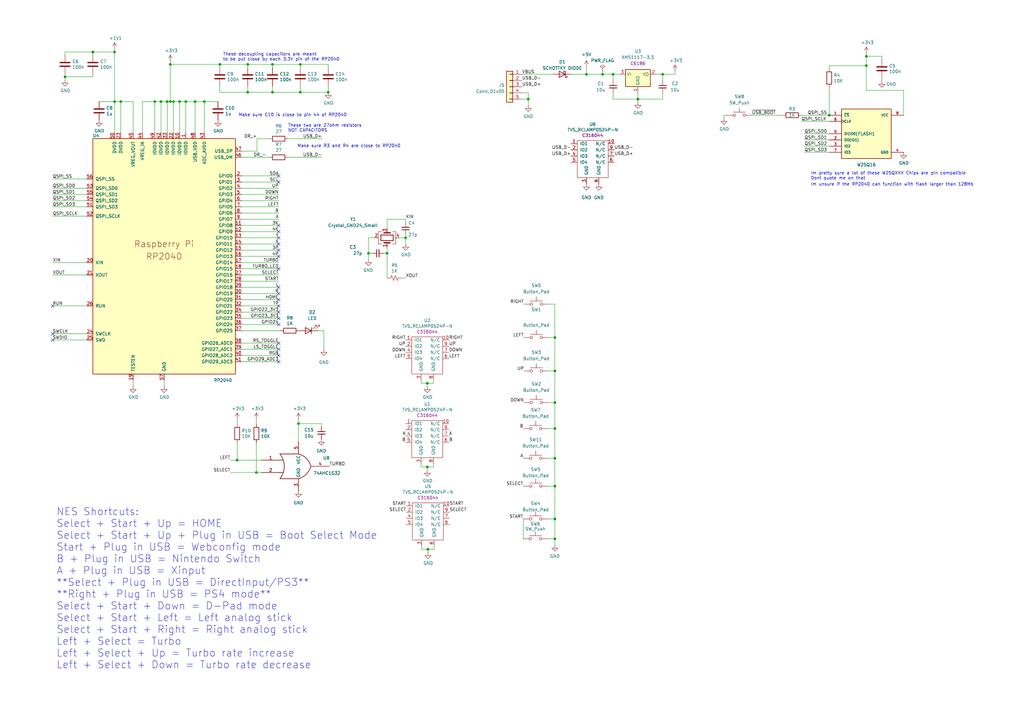
<source format=kicad_sch>
(kicad_sch (version 20230121) (generator eeschema)
  (paper "A3")
  (title_block (title "Nintendo OEM SNES controller replacement PCB") (date "2022-10-21") (rev "3") (comment 1 "http://creativecommons.org/licenses/by-sa/4.0") (comment 2 "Attribution-ShareAlike v4.0 license.") (comment 3 "This document describes Open Hardware and is licensed under the Creative Commons") (comment 4 "(c) 2022 Bob Taylor"))
  (lib_symbols
    (symbol "74xGxx:74AHC1G32"
      (property "Reference" "U" (at -2.54 3.81 0))
      (property "Value" "74AHC1G32" (at 0 -3.81 0))
      (symbol "74AHC1G32_1_1"
        (pin input line (at -15.24 2.54 0) (length 7.62) (name "~") (number "1"))
        (pin input line (at -15.24 -2.54 0) (length 7.62) (name "~") (number "2"))
        (pin power_in line (at 0 -10.16 90) (length 5.08) (name "GND") (number "3"))
        (pin output line (at 12.7 0 180) (length 7.62) (name "~") (number "4"))
        (pin power_in line (at 0 10.16 270) (length 5.08) (name "VCC") (number "5"))
      )
    )
    (symbol "Connector_Generic:Conn_01x05" (pin_names (offset 1.016) hide)
      (property "Reference" "J" (at 0 7.62 0))
      (property "Value" "Conn_01x05" (at 0 -7.62 0))
      (symbol "Conn_01x05_1_1"
        (pin passive line (at -5.08 5.08 0) (length 3.81) (name "Pin_1") (number "1"))
        (pin passive line (at -5.08 2.54 0) (length 3.81) (name "Pin_2") (number "2"))
        (pin passive line (at -5.08 0 0) (length 3.81) (name "Pin_3") (number "3"))
        (pin passive line (at -5.08 -2.54 0) (length 3.81) (name "Pin_4") (number "4"))
        (pin passive line (at -5.08 -5.08 0) (length 3.81) (name "Pin_5") (number "5"))
      )
    )
    (symbol "Device:C" (pin_numbers hide) (pin_names (offset 0.254))
      (property "Reference" "C" (at 0.635 2.54 0))
      (property "Value" "C" (at 0.635 -2.54 0))
      (symbol "C_1_1"
        (pin passive line (at 0 3.81 270) (length 2.794) (name "~") (number "1"))
        (pin passive line (at 0 -3.81 90) (length 2.794) (name "~") (number "2"))
      )
    )
    (symbol "Device:C_Small" (pin_numbers hide) (pin_names (offset 0.254) hide)
      (property "Reference" "C" (at 0.254 1.778 0))
      (property "Value" "C_Small" (at 0.254 -2.032 0))
      (symbol "C_Small_1_1"
        (pin passive line (at 0 2.54 270) (length 2.032) (name "~") (number "1"))
        (pin passive line (at 0 -2.54 90) (length 2.032) (name "~") (number "2"))
      )
    )
    (symbol "Device:Crystal_GND24" (pin_names (offset 1.016) hide)
      (property "Reference" "Y" (at 3.175 5.08 0))
      (property "Value" "Crystal_GND24" (at 3.175 3.175 0))
      (symbol "Crystal_GND24_1_1"
        (pin passive line (at -3.81 0 0) (length 1.27) (name "1") (number "1"))
        (pin passive line (at 0 5.08 270) (length 1.27) (name "2") (number "2"))
        (pin passive line (at 3.81 0 180) (length 1.27) (name "3") (number "3"))
        (pin passive line (at 0 -5.08 90) (length 1.27) (name "4") (number "4"))
      )
    )
    (symbol "Device:D_Schottky" (pin_numbers hide) (pin_names (offset 1.016) hide)
      (property "Reference" "D" (at 0 2.54 0))
      (property "Value" "D_Schottky" (at 0 -2.54 0))
      (symbol "D_Schottky_1_1"
        (pin passive line (at -3.81 0 0) (length 2.54) (name "K") (number "1"))
        (pin passive line (at 3.81 0 180) (length 2.54) (name "A") (number "2"))
      )
    )
    (symbol "Device:LED" (pin_numbers hide) (pin_names (offset 1.016) hide)
      (property "Reference" "D" (at 0 2.54 0))
      (property "Value" "LED" (at 0 -2.54 0))
      (symbol "LED_1_1"
        (pin passive line (at -3.81 0 0) (length 2.54) (name "K") (number "1"))
        (pin passive line (at 3.81 0 180) (length 2.54) (name "A") (number "2"))
      )
    )
    (symbol "Device:R" (pin_numbers hide) (pin_names (offset 0))
      (property "Reference" "R" (at 2.032 0 90))
      (property "Value" "R" (at 0 0 90))
      (symbol "R_1_1"
        (pin passive line (at 0 3.81 270) (length 1.27) (name "~") (number "1"))
        (pin passive line (at 0 -3.81 90) (length 1.27) (name "~") (number "2"))
      )
    )
    (symbol "Device:R_Small_US" (pin_numbers hide) (pin_names (offset 0.254) hide)
      (property "Reference" "R" (at 0.762 0.508 0))
      (property "Value" "R_Small_US" (at 0.762 -1.016 0))
      (symbol "R_Small_US_1_1"
        (pin passive line (at 0 2.54 270) (length 1.016) (name "~") (number "1"))
        (pin passive line (at 0 -2.54 90) (length 1.016) (name "~") (number "2"))
      )
    )
    (symbol "Regulator_Linear:AMS1117-3.3"
      (property "Reference" "U" (at -3.81 3.175 0))
      (property "Value" "AMS1117-3.3" (at 0 3.175 0))
      (symbol "AMS1117-3.3_1_1"
        (pin power_in line (at 0 -7.62 90) (length 2.54) (name "GND") (number "1"))
        (pin power_out line (at 7.62 0 180) (length 2.54) (name "VO") (number "2"))
        (pin power_in line (at -7.62 0 0) (length 2.54) (name "VI") (number "3"))
      )
    )
    (symbol "Switch:SW_Push" (pin_numbers hide) (pin_names (offset 1.016) hide)
      (property "Reference" "SW" (at 1.27 2.54 0))
      (property "Value" "SW_Push" (at 0 -1.524 0))
      (symbol "SW_Push_0_1"
        (pin passive line (at -5.08 0 0) (length 2.54) (name "1") (number "1"))
        (pin passive line (at 5.08 0 180) (length 2.54) (name "2") (number "2"))
      )
    )
    (symbol "Video_Games:RP2040" (pin_names (offset 1.016))
      (property "Reference" "U4" (at -27.94 49.53 0))
      (property "Value" "RP2040" (at 24.13 -50.8 0))
      (symbol "RP2040_0_0"
        (text "Raspberry Pi" (at 0 5.08 0) (effects (font (size 2.54 2.54))))
        (text "RP2040" (at 0 0 0) (effects (font (size 2.54 2.54))))
      )
      (symbol "RP2040_1_1"
        (pin power_in line (at 8.89 50.8 270) (length 2.54) (name "IOVDD") (number "1"))
        (pin power_in line (at 6.35 50.8 270) (length 2.54) (name "IOVDD") (number "10"))
        (pin bidirectional line (at 31.75 12.7 180) (length 2.54) (name "GPIO8") (number "11"))
        (pin bidirectional line (at 31.75 10.16 180) (length 2.54) (name "GPIO9") (number "12"))
        (pin bidirectional line (at 31.75 7.62 180) (length 2.54) (name "GPIO10") (number "13"))
        (pin bidirectional line (at 31.75 5.08 180) (length 2.54) (name "GPIO11") (number "14"))
        (pin bidirectional line (at 31.75 2.54 180) (length 2.54) (name "GPIO12") (number "15"))
        (pin bidirectional line (at 31.75 0 180) (length 2.54) (name "GPIO13") (number "16"))
        (pin bidirectional line (at 31.75 -2.54 180) (length 2.54) (name "GPIO14") (number "17"))
        (pin bidirectional line (at 31.75 -5.08 180) (length 2.54) (name "GPIO15") (number "18"))
        (pin passive line (at -12.7 -50.8 90) (length 2.54) (name "TESTEN") (number "19"))
        (pin bidirectional line (at 31.75 33.02 180) (length 2.54) (name "GPIO0") (number "2"))
        (pin input line (at -31.75 -2.54 0) (length 2.54) (name "XIN") (number "20"))
        (pin passive line (at -31.75 -7.62 0) (length 2.54) (name "XOUT") (number "21"))
        (pin power_in line (at 3.81 50.8 270) (length 2.54) (name "IOVDD") (number "22"))
        (pin power_in line (at -17.78 50.8 270) (length 2.54) (name "DVDD") (number "23"))
        (pin output line (at -31.75 -31.75 0) (length 2.54) (name "SWCLK") (number "24"))
        (pin bidirectional line (at -31.75 -34.29 0) (length 2.54) (name "SWD") (number "25"))
        (pin input line (at -31.75 -20.32 0) (length 2.54) (name "RUN") (number "26"))
        (pin bidirectional line (at 31.75 -7.62 180) (length 2.54) (name "GPIO16") (number "27"))
        (pin bidirectional line (at 31.75 -10.16 180) (length 2.54) (name "GPIO17") (number "28"))
        (pin bidirectional line (at 31.75 -12.7 180) (length 2.54) (name "GPIO18") (number "29"))
        (pin bidirectional line (at 31.75 30.48 180) (length 2.54) (name "GPIO1") (number "3"))
        (pin bidirectional line (at 31.75 -15.24 180) (length 2.54) (name "GPIO19") (number "30"))
        (pin bidirectional line (at 31.75 -17.78 180) (length 2.54) (name "GPIO20") (number "31"))
        (pin bidirectional line (at 31.75 -20.32 180) (length 2.54) (name "GPIO21") (number "32"))
        (pin power_in line (at 1.27 50.8 270) (length 2.54) (name "IOVDD") (number "33"))
        (pin bidirectional line (at 31.75 -22.86 180) (length 2.54) (name "GPIO22") (number "34"))
        (pin bidirectional line (at 31.75 -25.4 180) (length 2.54) (name "GPIO23") (number "35"))
        (pin bidirectional line (at 31.75 -27.94 180) (length 2.54) (name "GPIO24") (number "36"))
        (pin bidirectional line (at 31.75 -30.48 180) (length 2.54) (name "GPIO25") (number "37"))
        (pin bidirectional line (at 31.75 -35.56 180) (length 2.54) (name "GPIO26_ADC0") (number "38"))
        (pin bidirectional line (at 31.75 -38.1 180) (length 2.54) (name "GPIO27_ADC1") (number "39"))
        (pin bidirectional line (at 31.75 27.94 180) (length 2.54) (name "GPIO2") (number "4"))
        (pin bidirectional line (at 31.75 -40.64 180) (length 2.54) (name "GPIO28_ADC2") (number "40"))
        (pin bidirectional line (at 31.75 -43.18 180) (length 2.54) (name "GPIO29_ADC3") (number "41"))
        (pin power_in line (at -1.27 50.8 270) (length 2.54) (name "IOVDD") (number "42"))
        (pin power_in line (at 16.51 50.8 270) (length 2.54) (name "ADC_AVDD") (number "43"))
        (pin power_in line (at -8.89 50.8 270) (length 2.54) (name "VREG_IN") (number "44"))
        (pin power_out line (at -12.7 50.8 270) (length 2.54) (name "VREG_VOUT") (number "45"))
        (pin bidirectional line (at 31.75 40.64 180) (length 2.54) (name "USB_DM") (number "46"))
        (pin bidirectional line (at 31.75 43.18 180) (length 2.54) (name "USB_DP") (number "47"))
        (pin power_in line (at 12.7 50.8 270) (length 2.54) (name "USB_VDD") (number "48"))
        (pin power_in line (at -3.81 50.8 270) (length 2.54) (name "IOVDD") (number "49"))
        (pin bidirectional line (at 31.75 25.4 180) (length 2.54) (name "GPIO3") (number "5"))
        (pin power_in line (at -20.32 50.8 270) (length 2.54) (name "DVDD") (number "50"))
        (pin bidirectional line (at -31.75 20.32 0) (length 2.54) (name "QSPI_SD3") (number "51"))
        (pin output line (at -31.75 16.51 0) (length 2.54) (name "QSPI_SCLK") (number "52"))
        (pin bidirectional line (at -31.75 27.94 0) (length 2.54) (name "QSPI_SD0") (number "53"))
        (pin bidirectional line (at -31.75 22.86 0) (length 2.54) (name "QSPI_SD2") (number "54"))
        (pin bidirectional line (at -31.75 25.4 0) (length 2.54) (name "QSPI_SD1") (number "55"))
        (pin bidirectional line (at -31.75 31.75 0) (length 2.54) (name "QSPI_SS") (number "56"))
        (pin power_in line (at 0 -50.8 90) (length 2.54) (name "GND") (number "57"))
        (pin bidirectional line (at 31.75 22.86 180) (length 2.54) (name "GPIO4") (number "6"))
        (pin bidirectional line (at 31.75 20.32 180) (length 2.54) (name "GPIO5") (number "7"))
        (pin bidirectional line (at 31.75 17.78 180) (length 2.54) (name "GPIO6") (number "8"))
        (pin bidirectional line (at 31.75 15.24 180) (length 2.54) (name "GPIO7") (number "9"))
      )
    )
    (symbol "Video_Games:TVS_RCLAMP0524P-N-Video_Games" (pin_names (offset 1.016))
      (property "Reference" "U3" (at 0 11.811 0))
      (property "Value" "TVS_RCLAMP0524P-N-Video_Games" (at 0 9.4996 0))
      (property "LCSC Part" "C316044" (at 0 7.1882 0))
      (symbol "TVS_RCLAMP0524P-N-Video_Games_1_1"
        (pin input line (at -8.89 3.81 0) (length 2.54) (name "IO1") (number "1"))
        (pin output line (at 8.89 3.81 180) (length 2.54) (name "N/C") (number "10"))
        (pin input line (at -8.89 1.27 0) (length 2.54) (name "IO2") (number "2"))
        (pin input line (at -2.54 -12.7 90) (length 2.54) (name "GND") (number "3"))
        (pin input line (at -8.89 -1.27 0) (length 2.54) (name "IO3") (number "4"))
        (pin input line (at -8.89 -3.81 0) (length 2.54) (name "IO4") (number "5"))
        (pin output line (at 8.89 -3.81 180) (length 2.54) (name "N/C") (number "6"))
        (pin output line (at 8.89 -1.27 180) (length 2.54) (name "N/C") (number "7"))
        (pin input line (at 2.54 -12.7 90) (length 2.54) (name "GND") (number "8"))
        (pin output line (at 8.89 1.27 180) (length 2.54) (name "N/C") (number "9"))
      )
    )
    (symbol "Video_Games:W25Q256JVEIQ_TR" (pin_names (offset 1.016))
      (property "Reference" "FLASH1" (at 0 0 0))
      (property "Value" "W25Q256JVEIQ_TR" (at 0 -12.7 0))
      (symbol "W25Q256JVEIQ_TR_0_0"
        (pin input line (at -15.24 7.62 0) (length 5.08) (name "~{CS}") (number "1"))
        (pin bidirectional line (at -15.24 -2.54 0) (length 5.08) (name "DO(IO1)") (number "2"))
        (pin bidirectional line (at -15.24 -5.08 0) (length 5.08) (name "IO2") (number "3"))
        (pin power_in line (at 15.24 -7.62 180) (length 5.08) (name "GND") (number "4"))
        (pin bidirectional line (at -15.24 0 0) (length 5.08) (name "DI(IO0)") (number "5"))
        (pin input clock (at -15.24 5.08 0) (length 5.08) (name "CLK") (number "6"))
        (pin bidirectional line (at -15.24 -7.62 0) (length 5.08) (name "IO3") (number "7"))
        (pin power_in line (at 15.24 7.62 180) (length 5.08) (name "VCC") (number "8"))
      )
    )
    (symbol "power:+1V1" (power) (pin_names (offset 0))
      (property "Value" "+1V1" (at 0 3.556 0))
      (symbol "+1V1_1_1"
        (pin power_in line (at 0 0 90) (length 0) hide (name "+1V1") (number "1"))
      )
    )
    (symbol "power:+3V3" (power) (pin_names (offset 0))
      (property "Value" "+3V3" (at 0 3.556 0))
      (symbol "+3V3_1_1"
        (pin power_in line (at 0 0 90) (length 0) hide (name "+3V3") (number "1"))
      )
    )
    (symbol "power:+5V" (power) (pin_names (offset 0))
      (property "Value" "+5V" (at 0 3.556 0))
      (symbol "+5V_1_1"
        (pin power_in line (at 0 0 90) (length 0) hide (name "+5V") (number "1"))
      )
    )
    (symbol "power:GND" (power) (pin_names (offset 0))
      (property "Value" "GND" (at 0 -3.81 0))
      (symbol "GND_1_1"
        (pin power_in line (at 0 0 270) (length 0) hide (name "GND") (number "1"))
      )
    )
    (symbol "power:PWR_FLAG" (power) (pin_numbers hide) (pin_names (offset 0) hide)
      (property "Value" "PWR_FLAG" (at 0 3.81 0))
      (symbol "PWR_FLAG_0_0"
        (pin power_out line (at 0 0 90) (length 0) (name "pwr") (number "1"))
      )
    )
  )
  (junction (at 216.662 40.64))
  (junction (at 151.13 103.886))
  (junction (at 175.26 157.226))
  (junction (at 63.5 41.656))
  (junction (at 49.53 41.656))
  (junction (at 123.19 37.846))
  (junction (at 69.85 41.656))
  (junction (at 271.78 30.48))
  (junction (at 66.04 41.656))
  (junction (at 261.62 40.64))
  (junction (at 83.82 41.656))
  (junction (at 69.85 26.416))
  (junction (at 227.584 212.852))
  (junction (at 73.66 41.656))
  (junction (at 355.346 23.114))
  (junction (at 76.2 41.656))
  (junction (at 227.584 199.39))
  (junction (at 134.62 37.846))
  (junction (at 227.584 138.43))
  (junction (at 251.46 30.48))
  (junction (at 90.17 26.416))
  (junction (at 247.142 30.48))
  (junction (at 123.19 26.416))
  (junction (at 227.584 220.98))
  (junction (at 46.99 21.336))
  (junction (at 122.428 173.736))
  (junction (at 105.156 193.802))
  (junction (at 46.99 41.656))
  (junction (at 80.01 41.656))
  (junction (at 227.584 175.768))
  (junction (at 227.584 152.146))
  (junction (at 240.538 30.48))
  (junction (at 355.346 26.924))
  (junction (at 68.58 41.656))
  (junction (at 166.37 97.536))
  (junction (at 111.76 26.416))
  (junction (at 111.76 37.846))
  (junction (at 101.6 37.846))
  (junction (at 158.75 103.886))
  (junction (at 26.67 31.496))
  (junction (at 340.106 47.244))
  (junction (at 101.6 26.416))
  (junction (at 227.584 165.1))
  (junction (at 71.12 41.656))
  (junction (at 38.1 21.336))
  (junction (at 175.26 191.516))
  (junction (at 97.282 188.722))
  (junction (at 227.584 187.96))
  (junction (at 175.514 225.298))
  (no_connect (at 114.3 102.616))
  (no_connect (at 114.3 74.676))
  (no_connect (at 114.3 92.456))
  (no_connect (at 114.3 148.336))
  (no_connect (at 21.59 125.476))
  (no_connect (at 114.3 140.716))
  (no_connect (at 21.59 136.906))
  (no_connect (at 114.3 97.536))
  (no_connect (at 114.3 145.796))
  (no_connect (at 21.59 139.446))
  (no_connect (at 114.3 117.856))
  (no_connect (at 114.3 125.476))
  (no_connect (at 114.3 128.016))
  (no_connect (at 114.3 94.996))
  (no_connect (at 114.3 130.556))
  (no_connect (at 114.3 110.236))
  (no_connect (at 114.3 105.156))
  (no_connect (at 114.3 72.136))
  (no_connect (at 114.3 120.396))
  (no_connect (at 114.3 122.936))
  (no_connect (at 114.3 133.096))
  (no_connect (at 114.3 100.076))
  (no_connect (at 114.3 143.256))
  (wire (pts (xy 271.78 30.48) (xy 271.78 33.02)))
  (wire (pts (xy 122.428 171.958) (xy 122.428 173.736)))
  (wire (pts (xy 54.61 41.656) (xy 49.53 41.656)))
  (wire (pts (xy 296.926 47.244) (xy 298.196 47.244)))
  (wire (pts (xy 99.06 143.256) (xy 114.3 143.256)))
  (wire (pts (xy 269.24 30.48) (xy 271.78 30.48)))
  (wire (pts (xy 340.106 28.194) (xy 340.106 26.924)))
  (wire (pts (xy 172.72 191.516) (xy 175.26 191.516)))
  (wire (pts (xy 240.538 27.432) (xy 240.538 30.48)))
  (wire (pts (xy 177.8 157.226) (xy 177.8 155.956)))
  (wire (pts (xy 227.584 165.1) (xy 227.584 175.768)))
  (wire (pts (xy 90.17 26.416) (xy 101.6 26.416)))
  (wire (pts (xy 340.106 35.814) (xy 340.106 47.244)))
  (wire (pts (xy 46.99 20.066) (xy 46.99 21.336)))
  (wire (pts (xy 214.63 220.98) (xy 214.63 212.852)))
  (wire (pts (xy 134.62 27.686) (xy 134.62 26.416)))
  (wire (pts (xy 214.503 220.98) (xy 214.63 220.98)))
  (wire (pts (xy 68.58 54.356) (xy 68.58 41.656)))
  (wire (pts (xy 247.142 30.48) (xy 251.46 30.48)))
  (wire (pts (xy 328.676 47.244) (xy 340.106 47.244)))
  (wire (pts (xy 99.06 135.636) (xy 115.062 135.636)))
  (wire (pts (xy 234.442 30.48) (xy 240.538 30.48)))
  (wire (pts (xy 99.06 100.076) (xy 114.3 100.076)))
  (wire (pts (xy 99.06 97.536) (xy 114.3 97.536)))
  (wire (pts (xy 58.42 41.656) (xy 63.5 41.656)))
  (wire (pts (xy 175.26 157.226) (xy 177.8 157.226)))
  (wire (pts (xy 130.302 135.636) (xy 132.842 135.636)))
  (wire (pts (xy 227.584 212.852) (xy 227.584 220.98)))
  (wire (pts (xy 158.75 89.916) (xy 166.37 89.916)))
  (wire (pts (xy 38.1 31.496) (xy 38.1 30.226)))
  (wire (pts (xy 35.56 125.476) (xy 21.59 125.476)))
  (wire (pts (xy 216.662 40.64) (xy 216.662 38.1)))
  (wire (pts (xy 166.37 97.536) (xy 166.37 100.076)))
  (wire (pts (xy 172.974 225.298) (xy 175.514 225.298)))
  (wire (pts (xy 227.584 199.39) (xy 227.584 212.852)))
  (wire (pts (xy 308.356 47.244) (xy 321.056 47.244)))
  (wire (pts (xy 99.06 115.316) (xy 114.3 115.316)))
  (wire (pts (xy 63.5 54.356) (xy 63.5 41.656)))
  (wire (pts (xy 163.83 97.536) (xy 166.37 97.536)))
  (wire (pts (xy 216.662 38.1) (xy 214.122 38.1)))
  (wire (pts (xy 152.4 103.886) (xy 151.13 103.886)))
  (wire (pts (xy 251.46 40.64) (xy 261.62 40.64)))
  (wire (pts (xy 227.584 152.146) (xy 227.584 165.1)))
  (wire (pts (xy 21.59 107.696) (xy 35.56 107.696)))
  (wire (pts (xy 94.488 188.722) (xy 97.282 188.722)))
  (wire (pts (xy 224.663 220.98) (xy 227.584 220.98)))
  (wire (pts (xy 340.106 26.924) (xy 355.346 26.924)))
  (wire (pts (xy 35.56 73.406) (xy 21.59 73.406)))
  (wire (pts (xy 240.538 30.48) (xy 247.142 30.48)))
  (wire (pts (xy 296.926 47.244) (xy 296.926 48.514)))
  (wire (pts (xy 224.79 212.852) (xy 227.584 212.852)))
  (wire (pts (xy 122.428 173.736) (xy 122.428 181.102)))
  (wire (pts (xy 329.946 57.404) (xy 340.106 57.404)))
  (wire (pts (xy 99.06 61.976) (xy 105.41 61.976)))
  (wire (pts (xy 80.01 41.656) (xy 83.82 41.656)))
  (wire (pts (xy 225.044 124.714) (xy 227.584 124.714)))
  (wire (pts (xy 73.66 54.356) (xy 73.66 41.656)))
  (wire (pts (xy 58.42 54.356) (xy 58.42 41.656)))
  (wire (pts (xy 89.408 41.656) (xy 83.82 41.656)))
  (wire (pts (xy 97.282 171.958) (xy 97.282 173.99)))
  (wire (pts (xy 35.56 136.906) (xy 21.59 136.906)))
  (wire (pts (xy 166.37 96.266) (xy 166.37 97.536)))
  (wire (pts (xy 131.826 175.006) (xy 131.826 173.736)))
  (wire (pts (xy 224.79 175.768) (xy 227.584 175.768)))
  (wire (pts (xy 90.17 35.306) (xy 90.17 37.846)))
  (wire (pts (xy 328.676 49.784) (xy 340.106 49.784)))
  (wire (pts (xy 99.06 128.016) (xy 114.3 128.016)))
  (wire (pts (xy 151.13 97.536) (xy 151.13 103.886)))
  (wire (pts (xy 99.06 122.936) (xy 114.3 122.936)))
  (wire (pts (xy 73.66 41.656) (xy 76.2 41.656)))
  (wire (pts (xy 227.584 175.768) (xy 227.584 187.96)))
  (wire (pts (xy 99.06 72.136) (xy 114.3 72.136)))
  (wire (pts (xy 111.76 27.686) (xy 111.76 26.416)))
  (wire (pts (xy 69.85 41.656) (xy 71.12 41.656)))
  (wire (pts (xy 111.76 35.306) (xy 111.76 37.846)))
  (wire (pts (xy 99.06 94.996) (xy 114.3 94.996)))
  (wire (pts (xy 225.044 138.43) (xy 227.584 138.43)))
  (wire (pts (xy 123.19 27.686) (xy 123.19 26.416)))
  (wire (pts (xy 35.56 112.776) (xy 21.59 112.776)))
  (wire (pts (xy 261.62 40.64) (xy 271.78 40.64)))
  (wire (pts (xy 99.06 125.476) (xy 114.3 125.476)))
  (wire (pts (xy 261.62 40.64) (xy 261.62 41.91)))
  (wire (pts (xy 69.85 25.146) (xy 69.85 26.416)))
  (wire (pts (xy 340.106 59.944) (xy 329.946 59.944)))
  (wire (pts (xy 158.75 103.886) (xy 158.75 114.046)))
  (wire (pts (xy 99.06 110.236) (xy 114.3 110.236)))
  (wire (pts (xy 90.17 37.846) (xy 101.6 37.846)))
  (wire (pts (xy 172.72 191.516) (xy 172.72 190.246)))
  (wire (pts (xy 99.06 74.676) (xy 114.3 74.676)))
  (wire (pts (xy 99.06 79.756) (xy 114.3 79.756)))
  (wire (pts (xy 26.67 21.336) (xy 38.1 21.336)))
  (wire (pts (xy 99.06 133.096) (xy 114.3 133.096)))
  (wire (pts (xy 99.06 140.716) (xy 114.3 140.716)))
  (wire (pts (xy 123.19 35.306) (xy 123.19 37.846)))
  (wire (pts (xy 97.282 188.722) (xy 107.188 188.722)))
  (wire (pts (xy 99.06 120.396) (xy 114.3 120.396)))
  (wire (pts (xy 21.59 77.216) (xy 35.56 77.216)))
  (wire (pts (xy 101.6 37.846) (xy 111.76 37.846)))
  (wire (pts (xy 175.514 225.298) (xy 178.054 225.298)))
  (wire (pts (xy 63.5 41.656) (xy 66.04 41.656)))
  (wire (pts (xy 99.06 84.836) (xy 114.3 84.836)))
  (wire (pts (xy 38.1 21.336) (xy 46.99 21.336)))
  (wire (pts (xy 99.06 82.296) (xy 114.3 82.296)))
  (wire (pts (xy 118.11 64.516) (xy 132.08 64.516)))
  (wire (pts (xy 214.122 30.48) (xy 226.822 30.48)))
  (wire (pts (xy 118.11 56.896) (xy 132.08 56.896)))
  (wire (pts (xy 164.338 114.046) (xy 166.37 114.046)))
  (wire (pts (xy 224.79 199.39) (xy 227.584 199.39)))
  (wire (pts (xy 340.106 54.864) (xy 329.946 54.864)))
  (wire (pts (xy 172.974 225.298) (xy 172.974 224.028)))
  (wire (pts (xy 370.586 47.244) (xy 370.586 37.084)))
  (wire (pts (xy 177.8 191.516) (xy 177.8 190.246)))
  (wire (pts (xy 225.044 165.1) (xy 227.584 165.1)))
  (wire (pts (xy 46.99 41.656) (xy 46.99 54.356)))
  (wire (pts (xy 21.59 79.756) (xy 35.56 79.756)))
  (wire (pts (xy 99.06 107.696) (xy 114.3 107.696)))
  (wire (pts (xy 71.12 41.656) (xy 73.66 41.656)))
  (wire (pts (xy 66.04 41.656) (xy 68.58 41.656)))
  (wire (pts (xy 261.62 38.1) (xy 261.62 40.64)))
  (wire (pts (xy 67.31 155.956) (xy 67.31 158.496)))
  (wire (pts (xy 69.85 26.416) (xy 69.85 41.656)))
  (wire (pts (xy 26.67 22.606) (xy 26.67 21.336)))
  (wire (pts (xy 227.584 220.98) (xy 227.584 223.52)))
  (wire (pts (xy 340.106 62.484) (xy 329.946 62.484)))
  (wire (pts (xy 157.48 103.886) (xy 158.75 103.886)))
  (wire (pts (xy 83.82 41.656) (xy 83.82 54.356)))
  (wire (pts (xy 99.06 112.776) (xy 114.3 112.776)))
  (wire (pts (xy 175.514 225.298) (xy 175.514 226.568)))
  (wire (pts (xy 123.19 26.416) (xy 134.62 26.416)))
  (wire (pts (xy 69.85 26.416) (xy 90.17 26.416)))
  (wire (pts (xy 21.59 84.836) (xy 35.56 84.836)))
  (wire (pts (xy 172.72 157.226) (xy 172.72 155.956)))
  (wire (pts (xy 99.06 89.916) (xy 114.3 89.916)))
  (wire (pts (xy 227.584 138.43) (xy 227.584 152.146)))
  (wire (pts (xy 276.86 29.21) (xy 276.86 30.48)))
  (wire (pts (xy 99.06 77.216) (xy 114.3 77.216)))
  (wire (pts (xy 105.41 56.896) (xy 105.41 61.976)))
  (wire (pts (xy 99.06 130.556) (xy 114.3 130.556)))
  (wire (pts (xy 99.06 64.516) (xy 110.49 64.516)))
  (wire (pts (xy 123.19 37.846) (xy 111.76 37.846)))
  (wire (pts (xy 105.156 181.61) (xy 105.156 193.802)))
  (wire (pts (xy 94.488 193.802) (xy 105.156 193.802)))
  (wire (pts (xy 134.62 37.846) (xy 123.19 37.846)))
  (wire (pts (xy 158.75 114.046) (xy 159.258 114.046)))
  (wire (pts (xy 175.26 157.226) (xy 175.26 158.496)))
  (wire (pts (xy 158.75 101.346) (xy 158.75 103.886)))
  (wire (pts (xy 99.06 148.336) (xy 114.3 148.336)))
  (wire (pts (xy 97.282 181.61) (xy 97.282 188.722)))
  (wire (pts (xy 101.6 37.846) (xy 101.6 35.306)))
  (wire (pts (xy 68.58 41.656) (xy 69.85 41.656)))
  (wire (pts (xy 105.41 56.896) (xy 110.49 56.896)))
  (wire (pts (xy 134.62 35.306) (xy 134.62 37.846)))
  (wire (pts (xy 99.06 102.616) (xy 114.3 102.616)))
  (wire (pts (xy 99.06 87.376) (xy 114.3 87.376)))
  (wire (pts (xy 38.1 22.606) (xy 38.1 21.336)))
  (wire (pts (xy 355.346 37.084) (xy 370.586 37.084)))
  (wire (pts (xy 26.67 31.496) (xy 26.67 32.766)))
  (wire (pts (xy 227.584 187.96) (xy 227.584 199.39)))
  (wire (pts (xy 158.75 89.916) (xy 158.75 93.726)))
  (wire (pts (xy 361.696 23.114) (xy 355.346 23.114)))
  (wire (pts (xy 105.156 193.802) (xy 107.188 193.802)))
  (wire (pts (xy 35.56 88.646) (xy 21.59 88.646)))
  (wire (pts (xy 35.56 139.446) (xy 21.59 139.446)))
  (wire (pts (xy 90.17 27.686) (xy 90.17 26.416)))
  (wire (pts (xy 99.06 92.456) (xy 114.3 92.456)))
  (wire (pts (xy 21.59 82.296) (xy 35.56 82.296)))
  (wire (pts (xy 111.76 26.416) (xy 123.19 26.416)))
  (wire (pts (xy 355.346 21.844) (xy 355.346 23.114)))
  (wire (pts (xy 153.67 97.536) (xy 151.13 97.536)))
  (wire (pts (xy 26.67 31.496) (xy 38.1 31.496)))
  (wire (pts (xy 225.044 152.146) (xy 227.584 152.146)))
  (wire (pts (xy 216.662 40.64) (xy 214.122 40.64)))
  (wire (pts (xy 46.99 21.336) (xy 46.99 41.656)))
  (wire (pts (xy 151.13 103.886) (xy 151.13 106.426)))
  (wire (pts (xy 66.04 54.356) (xy 66.04 41.656)))
  (wire (pts (xy 361.696 24.384) (xy 361.696 23.114)))
  (wire (pts (xy 101.6 26.416) (xy 111.76 26.416)))
  (wire (pts (xy 172.72 157.226) (xy 175.26 157.226)))
  (wire (pts (xy 247.142 29.21) (xy 247.142 30.48)))
  (wire (pts (xy 71.12 54.356) (xy 71.12 41.656)))
  (wire (pts (xy 49.53 41.656) (xy 46.99 41.656)))
  (wire (pts (xy 355.346 26.924) (xy 355.346 37.084)))
  (wire (pts (xy 26.67 30.226) (xy 26.67 31.496)))
  (wire (pts (xy 80.01 54.356) (xy 80.01 41.656)))
  (wire (pts (xy 105.156 171.958) (xy 105.156 173.99)))
  (wire (pts (xy 99.06 117.856) (xy 114.3 117.856)))
  (wire (pts (xy 361.696 32.004) (xy 361.696 33.274)))
  (wire (pts (xy 251.46 38.1) (xy 251.46 40.64)))
  (wire (pts (xy 101.6 27.686) (xy 101.6 26.416)))
  (wire (pts (xy 271.78 38.1) (xy 271.78 40.64)))
  (wire (pts (xy 271.78 30.48) (xy 276.86 30.48)))
  (wire (pts (xy 46.99 41.656) (xy 40.64 41.656)))
  (wire (pts (xy 132.842 135.636) (xy 132.842 143.256)))
  (wire (pts (xy 99.06 105.156) (xy 114.3 105.156)))
  (wire (pts (xy 99.06 145.796) (xy 114.3 145.796)))
  (wire (pts (xy 224.79 187.96) (xy 227.584 187.96)))
  (wire (pts (xy 227.584 124.714) (xy 227.584 138.43)))
  (wire (pts (xy 49.53 54.356) (xy 49.53 41.656)))
  (wire (pts (xy 175.26 191.516) (xy 175.26 192.786)))
  (wire (pts (xy 178.054 225.298) (xy 178.054 224.028)))
  (wire (pts (xy 54.61 155.956) (xy 54.61 158.496)))
  (wire (pts (xy 76.2 41.656) (xy 76.2 54.356)))
  (wire (pts (xy 251.46 30.48) (xy 254 30.48)))
  (wire (pts (xy 131.826 173.736) (xy 122.428 173.736)))
  (wire (pts (xy 216.662 43.18) (xy 216.662 40.64)))
  (wire (pts (xy 54.61 54.356) (xy 54.61 41.656)))
  (wire (pts (xy 355.346 23.114) (xy 355.346 26.924)))
  (wire (pts (xy 251.46 30.48) (xy 251.46 33.02)))
  (wire (pts (xy 175.26 191.516) (xy 177.8 191.516)))
  (wire (pts (xy 166.37 89.916) (xy 166.37 91.186)))
  (wire (pts (xy 76.2 41.656) (xy 80.01 41.656)))
  (text "https://gp2040-ce.info/#/gp2040-shortcuts\nSelect + Start + Up = HOME\nSelect + Start + Up + Plug in USB = Boot Select Mode\nStart + Plug in USB = Webconfig mode\nB + Plug in USB = Nintendo Switch\nA + Plug in USB = Xinput\nY + Plug in USB = DirectInput/PS3\nSelect + Start + Down = D-Pad mode\nSelect + Start + Left = Left analog stick\nSelect + Start + Right = Right analog stick\nLeft + Select = Turbo\nLeft + Select + Up = Turbo rate increase\nLeft + Select + Down= Turbo rate decrease" (at 20.066 369.57 0) (effects (font (size 3 3)) (justify left bottom)))
  (text "These two are 27ohm resistors \nNOT CAPACITORS" (at 118.11 54.356 0) (effects (font (size 1.27 1.27)) (justify left bottom)))
  (text "Make sure R3 and R4 are close to RP2040" (at 121.92 60.706 0) (effects (font (size 1.27 1.27)) (justify left bottom)))
  (text "Im pretty sure a lot of these W25QXXX Chips are pin compatible\nDont quote me on that" (at 332.486 73.914 0) (effects (font (size 1.27 1.27)) (justify left bottom)))
  (text "Im unsure if the RP2040 can function with flash larger than 128Mb" (at 332.486 76.454 0) (effects (font (size 1.27 1.27)) (justify left bottom)))
  (text "These decoupling capacitors are meant\nto be put close by each 3.3V pin of the RP2040" (at 91.44 25.146 0) (effects (font (size 1.27 1.27)) (justify left bottom)))
  (text "NES Shortcuts:\nSelect + Start + Up = HOME\nSelect + Start + Up + Plug in USB = Boot Select Mode\nStart + Plug in USB = Webconfig mode\nB + Plug in USB = Nintendo Switch\nA + Plug in USB = Xinput\n**Select + Plug in USB = DirectInput/PS3**\n**Right + Plug in USB = PS4 mode**\nSelect + Start + Down = D-Pad mode\nSelect + Start + Left = Left analog stick\nSelect + Start + Right = Right analog stick\nLeft + Select = Turbo\nLeft + Select + Up = Turbo rate increase\nLeft + Select + Down = Turbo rate decrease" (at 23.114 274.574 0) (effects (font (size 3 3)) (justify left bottom)))
  (text "Make sure C10 is close to pin 44 of RP2040" (at 97.79 48.006 0) (effects (font (size 1.27 1.27)) (justify left bottom)))
  (label "QSPI_SD0" (at 329.946 54.864 0))
  (label "QSPI_SD1" (at 329.946 57.404 0))
  (label "GPIO24" (at 114.3 133.096 180))
  (label "TURBO" (at 135.128 191.262 0))
  (label "LEFT" (at 94.488 188.722 180))
  (label "GPIO22_3V3" (at 114.3 128.016 180))
  (label "L" (at 114.3 117.856 180))
  (label "RIGHT" (at 166.37 139.446 180))
  (label "A" (at 114.3 89.916 180))
  (label "QSPI_SCLK" (at 21.59 88.646 0))
  (label "XOUT" (at 166.37 114.046 0))
  (label "DOWN" (at 166.37 144.526 180))
  (label "SELECT" (at 214.63 199.39 180))
  (label "SELECT" (at 114.3 112.776 180))
  (label "B" (at 214.63 175.768 180))
  (label "QSPI_SD0" (at 21.59 77.216 0))
  (label "USB_D-" (at 214.122 33.02 0))
  (label "B" (at 184.15 181.356 0))
  (label "DOWN" (at 214.884 165.1 180))
  (label "VBUS" (at 214.122 30.48 0))
  (label "LEFT" (at 184.15 147.066 0))
  (label "SWCLK" (at 21.59 136.906 0))
  (label "RUN" (at 21.59 125.476 0))
  (label "XOUT" (at 21.59 112.776 0))
  (label "A" (at 214.63 187.96 180))
  (label "X" (at 114.3 100.076 180))
  (label "B" (at 114.3 87.376 180))
  (label "USB_D-" (at 234.188 61.468 180))
  (label "SWDIO" (at 21.59 139.446 0))
  (label "UP" (at 214.884 152.146 180))
  (label "USB_D+" (at 234.188 64.008 180))
  (label "3K" (at 114.3 92.456 180))
  (label "DR_-" (at 109.22 64.516 180))
  (label "QSPI_SD3" (at 329.946 62.484 0))
  (label "A" (at 184.15 178.816 0))
  (label "GPIO29_ADC3" (at 114.3 148.336 180))
  (label "QSPI_SCLK" (at 328.676 49.784 0))
  (label "RS_TOGGLE" (at 114.3 140.716 180))
  (label "~{USB_BOOT}" (at 308.356 47.244 0))
  (label "QSPI_SS" (at 331.216 47.244 0))
  (label "START" (at 166.624 207.518 180))
  (label "R" (at 114.3 120.396 180))
  (label "RIGHT" (at 114.3 82.296 180))
  (label "GPIO23_3V3" (at 114.3 130.556 180))
  (label "LEFT" (at 166.37 147.066 180))
  (label "DR_+" (at 105.41 56.896 180))
  (label "QSPI_SD2" (at 21.59 82.296 0))
  (label "USB_D+" (at 251.968 64.008 0))
  (label "USB_D-" (at 132.08 64.516 180))
  (label "XIN" (at 166.37 89.916 0))
  (label "START" (at 184.404 207.518 0))
  (label "START" (at 114.3 115.316 180))
  (label "4P" (at 114.3 105.156 180))
  (label "B" (at 166.37 181.356 180))
  (label "RIGHT" (at 214.884 124.714 180))
  (label "UP" (at 114.3 77.216 180))
  (label "4K" (at 114.3 94.996 180))
  (label "Y" (at 114.3 97.536 180))
  (label "SELECT" (at 94.488 193.802 180))
  (label "USB_D+" (at 132.08 56.896 180))
  (label "DOWN" (at 184.15 144.526 0))
  (label "SELECT" (at 184.404 210.058 0))
  (label "LEFT" (at 214.884 138.43 180))
  (label "TURBO_LED" (at 114.3 110.236 180))
  (label "QSPI_SS" (at 21.59 73.406 0))
  (label "TURBO" (at 114.3 107.696 180))
  (label "XIN" (at 21.59 107.696 0))
  (label "3P" (at 114.3 102.616 180))
  (label "TP" (at 114.3 125.476 180))
  (label "QSPI_SD1" (at 21.59 79.756 0))
  (label "UP" (at 184.15 141.986 0))
  (label "RGB" (at 114.3 145.796 180))
  (label "LEFT" (at 114.3 84.836 180))
  (label "A" (at 166.37 178.816 180))
  (label "QSPI_SD2" (at 329.946 59.944 0))
  (label "QSPI_SD3" (at 21.59 84.836 0))
  (label "USB_D-" (at 251.968 61.468 0))
  (label "SCL" (at 114.3 74.676 180))
  (label "LS_TOGGLE" (at 114.3 143.256 180))
  (label "SELECT" (at 166.624 210.058 180))
  (label "UP" (at 166.37 141.986 180))
  (label "RIGHT" (at 184.15 139.446 0))
  (label "HOME" (at 114.3 122.936 180))
  (label "START" (at 214.63 212.852 180))
  (label "DOWN" (at 114.3 79.756 180))
  (label "SDA" (at 114.3 72.136 180))
  (label "USB_D+" (at 214.122 35.56 0))
  (symbol (lib_id "Video_Games:TVS_RCLAMP0524P-N-Video_Games") (at 175.26 177.546 0) (unit 1)
    (property "Reference" "U1" (at 175.26 165.735 0))
    (property "Value" "TVS_RCLAMP0524P-N" (at 175.26 168.0464 0))
    (property "Footprint" "Package_DFN_QFN:UDFN-10_1.35x2.6mm_P0.5mm" (effects hide))
    (property "Datasheet" "https://datasheet.lcsc.com/szlcsc/Bourne-Semicon-Shenzhen-RCLAMP0524P-N_C316044.pdf" (effects hide))
    (property "LCSC Part" "C316044" (at 175.26 170.3578 0))
  )
  (symbol (lib_id "Device:R") (at 324.866 47.244 270) (unit 1)
    (property "Reference" "R3" (at 324.866 44.704 90))
    (property "Value" "1K" (at 324.866 47.244 90))
    (property "Footprint" "Resistor_SMD:R_0402_1005Metric" (effects hide))
    (property "LCSC Part" "C11702" (effects hide))
  )
  (symbol (lib_id "Device:D_Schottky") (at 230.632 30.48 180) (unit 1)
    (property "Reference" "D1" (at 230.632 25.4 0))
    (property "Value" "SCHOTTKY DIODE" (at 230.632 27.94 0))
    (property "Footprint" "Diode_SMD:D_0603_1608Metric" (effects hide))
    (property "LCSC Part" "C143772" (effects hide))
    (property "Sim.Device" "SPICE" (effects hide))
    (property "Sim.Params" "type=\"D\" model=\"SCHOTTKY DIODE\" lib=\"\"" (effects hide))
    (property "Sim.Pins" "1=1 2=2" (effects hide))
  )
  (symbol (lib_id "Device:C") (at 123.19 31.496 0) (unit 1)
    (property "Reference" "C13" (at 126.111 30.3276 0) (effects (justify left)))
    (property "Value" "100n" (at 126.111 32.639 0) (effects (justify left)))
    (property "Footprint" "Capacitor_SMD:C_0402_1005Metric" (effects hide))
    (property "LCSC Part" "C1525" (effects hide))
  )
  (symbol (lib_id "power:GND") (at 361.696 33.274 0) (unit 1)
    (property "Reference" "#PWR011" (effects hide))
    (property "Value" "GND" (at 365.506 34.544 0))
  )
  (symbol (lib_id "Switch:SW_Push") (at 303.276 47.244 0) (unit 1)
    (property "Reference" "SW8" (at 303.276 39.624 0))
    (property "Value" "SW_Push" (at 303.276 42.164 0))
    (property "Footprint" "Button_Switch_SMD:SW_SPST_SKQG_WithStem" (effects hide))
    (property "LCSC Part" "C318884" (effects hide))
  )
  (symbol (lib_id "Video_Games:RP2040") (at 67.31 105.156 0) (unit 1)
    (property "Reference" "U4" (at 39.37 55.626 0))
    (property "Value" "RP2040" (at 91.44 155.956 0))
    (property "Footprint" "VideoGames_KiCad6:RP2040-QFN-56" (effects hide))
    (property "Datasheet" "https://datasheets.raspberrypi.com/pico/pico-datasheet.pdf" (effects hide))
    (property "LCSC Part" "C2040" (effects hide))
  )
  (symbol (lib_id "Device:C_Small") (at 166.37 93.726 180) (unit 1)
    (property "Reference" "C4" (at 170.18 91.44 0) (effects (justify left)))
    (property "Value" "27p" (at 171.196 96.266 0) (effects (justify left)))
    (property "Footprint" "Capacitor_SMD:C_0402_1005Metric" (effects hide))
    (property "LCSC Part" "C1557" (effects hide))
  )
  (symbol (lib_id "Device:C_Small") (at 271.78 35.56 0) (unit 1)
    (property "Reference" "C2" (at 276.86 34.29 0))
    (property "Value" "10u" (at 276.86 36.83 0))
    (property "Footprint" "Capacitor_SMD:C_0402_1005Metric" (effects hide))
    (property "LCSC Part" "C15525" (effects hide))
  )
  (symbol (lib_id "Connector_Generic:Conn_01x05") (at 209.042 35.56 0) (mirror y) (unit 1)
    (property "Reference" "J5" (at 207.01 34.925 0) (effects (justify left)))
    (property "Value" "Conn_01x05" (at 207.01 37.465 0) (effects (justify left)))
    (property "Footprint" "Connector_JST:JST_PH_S5B-PH-K_1x05_P2.00mm_Horizontal" (effects hide))
    (property "LCSC Part" "C10402" (effects hide))
  )
  (symbol (lib_id "Switch:SW_Push") (at 219.964 138.43 0) (unit 1) (in_bom no)
    (property "Reference" "SW1" (at 219.964 127 0))
    (property "Value" "Button_Pad" (at 219.964 133.35 0))
    (property "Footprint" "VideoGames:BTN_Controller_Dpad_0.3_0.3" (effects hide))
  )
  (symbol (lib_id "power:GND") (at 216.662 43.18 0) (mirror y) (unit 1)
    (property "Reference" "#PWR031" (effects hide))
    (property "Value" "GND" (at 216.662 47.752 0))
  )
  (symbol (lib_id "power:GND") (at 296.926 48.514 0) (unit 1)
    (property "Reference" "#PWR030" (effects hide))
    (property "Value" "GND" (at 297.053 52.9082 0))
  )
  (symbol (lib_id "power:GND") (at 370.586 62.484 0) (unit 1)
    (property "Reference" "#PWR012" (effects hide))
    (property "Value" "GND" (at 370.713 66.8782 0))
  )
  (symbol (lib_id "Device:R_Small_US") (at 161.798 114.046 270) (unit 1)
    (property "Reference" "R5" (at 161.798 108.839 90))
    (property "Value" "1K" (at 161.798 111.1504 90))
    (property "Footprint" "Resistor_SMD:R_0402_1005Metric" (effects hide))
    (property "LCSC Part" "C11702" (effects hide))
  )
  (symbol (lib_id "Device:Crystal_GND24") (at 158.75 97.536 90) (unit 1)
    (property "Reference" "Y1" (at 146.05 89.916 90) (effects (justify left)))
    (property "Value" "Crystal_GND24_Small" (at 154.94 92.456 90) (effects (justify left)))
    (property "Footprint" "Crystal:Crystal_SMD_SeikoEpson_TSX3225-4Pin_3.2x2.5mm" (effects hide))
    (property "LCSC Part" "C9002" (effects hide))
  )
  (symbol (lib_id "power:GND") (at 132.842 143.256 0) (unit 1)
    (property "Reference" "#PWR021" (effects hide))
    (property "Value" "GND" (at 132.842 148.59 0))
  )
  (symbol (lib_id "Device:R") (at 114.3 56.896 270) (unit 1)
    (property "Reference" "R6" (at 114.3 51.6382 90))
    (property "Value" "27" (at 114.3 53.9496 90))
    (property "Footprint" "Resistor_SMD:R_0402_1005Metric" (effects hide))
    (property "LCSC Part" "C25100" (effects hide))
  )
  (symbol (lib_id "Switch:SW_Push") (at 219.71 187.96 0) (mirror y) (unit 1) (in_bom no)
    (property "Reference" "SW11" (at 219.71 180.34 0))
    (property "Value" "Button_Pad" (at 219.71 182.88 0))
    (property "Footprint" "VideoGames:BTN_Controller_5mm_0.3_0.3" (effects hide))
  )
  (symbol (lib_id "power:GND") (at 240.538 75.438 0) (unit 1)
    (property "Reference" "#PWR029" (effects hide))
    (property "Value" "GND" (at 240.538 81.026 0))
  )
  (symbol (lib_id "power:GND") (at 134.62 37.846 0) (unit 1)
    (property "Reference" "#PWR020" (effects hide))
    (property "Value" "GND" (at 134.747 42.2402 0))
  )
  (symbol (lib_id "Switch:SW_Push") (at 219.71 212.852 0) (mirror y) (unit 1) (in_bom no)
    (property "Reference" "SW4" (at 219.71 206.502 0))
    (property "Value" "Button_Pad" (at 219.71 209.042 0))
    (property "Footprint" "VideoGames:BTN_Controller_Dpad_0.3_0.3" (effects hide))
  )
  (symbol (lib_id "power:GND") (at 40.64 49.276 0) (unit 1)
    (property "Reference" "#PWR014" (effects hide))
    (property "Value" "GND" (at 40.767 53.6702 0))
  )
  (symbol (lib_id "power:GND") (at 175.26 158.496 0) (unit 1)
    (property "Reference" "#PWR0102" (effects hide))
    (property "Value" "GND" (at 175.387 162.8902 0))
  )
  (symbol (lib_id "power:+3V3") (at 69.85 25.146 0) (unit 1)
    (property "Reference" "#PWR018" (effects hide))
    (property "Value" "+3V3" (at 70.231 20.7518 0))
  )
  (symbol (lib_id "power:+3V3") (at 355.346 21.844 0) (unit 1)
    (property "Reference" "#PWR09" (effects hide))
    (property "Value" "+3V3" (at 355.727 17.4498 0))
  )
  (symbol (lib_id "power:GND") (at 54.61 158.496 0) (unit 1)
    (property "Reference" "#PWR016" (effects hide))
    (property "Value" "GND" (at 54.737 162.8902 0))
  )
  (symbol (lib_id "power:+5V") (at 240.538 27.432 0) (unit 1)
    (property "Reference" "#PWR04" (effects hide))
    (property "Value" "+5V" (at 240.538 22.352 0))
  )
  (symbol (lib_id "Device:R") (at 97.282 177.8 0) (unit 1)
    (property "Reference" "R10" (at 99.06 176.6316 0) (effects (justify left)))
    (property "Value" "10K" (at 99.06 178.943 0) (effects (justify left)))
    (property "Footprint" "Resistor_SMD:R_0402_1005Metric" (effects hide))
    (property "LCSC Part" "C25744" (effects hide))
  )
  (symbol (lib_id "Video_Games:TVS_RCLAMP0524P-N-Video_Games") (at 243.078 62.738 0) (unit 1)
    (property "Reference" "U6" (at 243.078 50.927 0))
    (property "Value" "TVS_RCLAMP0524P-N" (at 243.078 53.2384 0))
    (property "Footprint" "Package_DFN_QFN:UDFN-10_1.35x2.6mm_P0.5mm" (effects hide))
    (property "Datasheet" "https://datasheet.lcsc.com/szlcsc/Bourne-Semicon-Shenzhen-RCLAMP0524P-N_C316044.pdf" (effects hide))
    (property "LCSC Part" "C316044" (at 243.078 55.5498 0))
  )
  (symbol (lib_id "power:GND") (at 245.618 75.438 0) (unit 1)
    (property "Reference" "#PWR028" (effects hide))
    (property "Value" "GND" (at 245.618 81.026 0))
  )
  (symbol (lib_id "Device:R") (at 340.106 32.004 0) (unit 1)
    (property "Reference" "R4" (at 341.884 30.8356 0) (effects (justify left)))
    (property "Value" "10K" (at 341.884 33.147 0) (effects (justify left)))
    (property "Footprint" "Resistor_SMD:R_0402_1005Metric" (effects hide))
    (property "LCSC Part" "C25744" (effects hide))
  )
  (symbol (lib_id "Regulator_Linear:AMS1117-3.3") (at 261.62 30.48 0) (unit 1)
    (property "Reference" "U3" (at 261.62 20.955 0))
    (property "Value" "AMS1117-3.3" (at 261.62 23.495 0))
    (property "Footprint" "Package_TO_SOT_SMD:SOT-223-3_TabPin2" (effects hide))
    (property "Datasheet" "http://www.advanced-monolithic.com/pdf/ds1117.pdf" (effects hide))
    (property "LCSC Part" "C6186" (at 261.62 26.035 0))
  )
  (symbol (lib_id "74xGxx:74AHC1G32") (at 122.428 191.262 0) (unit 1)
    (property "Reference" "U8" (at 133.858 187.8331 0))
    (property "Value" "74AHC1G32" (at 134.112 194.056 0))
    (property "Footprint" "Package_TO_SOT_SMD:SOT-353_SC-70-5" (effects hide))
    (property "Datasheet" "http://www.ti.com/lit/sg/scyt129e/scyt129e.pdf" (effects hide))
    (property "LCSC Part" "C12489" (effects hide))
  )
  (symbol (lib_id "Switch:SW_Push") (at 219.71 199.39 0) (mirror y) (unit 1) (in_bom no)
    (property "Reference" "SW5" (at 219.71 192.532 0))
    (property "Value" "Button_Pad" (at 219.71 195.072 0))
    (property "Footprint" "VideoGames:BTN_Controller_Dpad_0.3_0.3" (effects hide))
  )
  (symbol (lib_id "power:GND") (at 175.26 192.786 0) (unit 1)
    (property "Reference" "#PWR0108" (effects hide))
    (property "Value" "GND" (at 175.387 197.1802 0))
  )
  (symbol (lib_id "Device:LED") (at 126.492 135.636 180) (unit 1)
    (property "Reference" "D2" (at 128.0795 128.016 0))
    (property "Value" "LED" (at 128.0795 130.556 0))
    (property "Footprint" "LED_SMD:LED_0603_1608Metric" (effects hide))
    (property "LCSC Part" "C2290" (effects hide))
  )
  (symbol (lib_id "Device:C") (at 111.76 31.496 0) (unit 1)
    (property "Reference" "C12" (at 114.681 30.3276 0) (effects (justify left)))
    (property "Value" "100n" (at 114.681 32.639 0) (effects (justify left)))
    (property "Footprint" "Capacitor_SMD:C_0402_1005Metric" (effects hide))
    (property "LCSC Part" "C1525" (effects hide))
  )
  (symbol (lib_id "Switch:SW_Push") (at 219.964 152.146 0) (unit 1) (in_bom no)
    (property "Reference" "SW3" (at 219.964 144.526 0))
    (property "Value" "Button_Pad" (at 219.964 147.066 0))
    (property "Footprint" "VideoGames:BTN_Controller_Dpad_0.3_0.3" (effects hide))
  )
  (symbol (lib_id "Switch:SW_Push") (at 219.71 175.768 0) (mirror y) (unit 1) (in_bom no)
    (property "Reference" "SW7" (at 219.71 168.148 0))
    (property "Value" "Button_Pad" (at 219.71 170.688 0))
    (property "Footprint" "VideoGames:BTN_Controller_5mm_0.3_0.3" (effects hide))
  )
  (symbol (lib_id "Switch:SW_Push") (at 219.964 165.1 0) (unit 1) (in_bom no)
    (property "Reference" "SW2" (at 219.964 157.48 0))
    (property "Value" "Button_Pad" (at 219.964 160.02 0))
    (property "Footprint" "VideoGames:BTN_Controller_Dpad_0.3_0.3" (effects hide))
  )
  (symbol (lib_id "Device:C_Small") (at 154.94 103.886 90) (mirror x) (unit 1)
    (property "Reference" "C3" (at 146.05 101.346 90) (effects (justify left)))
    (property "Value" "27p" (at 148.59 103.886 90) (effects (justify left)))
    (property "Footprint" "Capacitor_SMD:C_0402_1005Metric" (effects hide))
    (property "LCSC Part" "C1557" (effects hide))
  )
  (symbol (lib_id "power:GND") (at 175.514 226.568 0) (unit 1)
    (property "Reference" "#PWR01" (effects hide))
    (property "Value" "GND" (at 175.641 230.9622 0))
  )
  (symbol (lib_id "Video_Games:TVS_RCLAMP0524P-N-Video_Games") (at 175.26 143.256 0) (unit 1)
    (property "Reference" "U2" (at 175.26 131.445 0))
    (property "Value" "TVS_RCLAMP0524P-N" (at 175.26 133.7564 0))
    (property "Footprint" "Package_DFN_QFN:UDFN-10_1.35x2.6mm_P0.5mm" (effects hide))
    (property "Datasheet" "https://datasheet.lcsc.com/szlcsc/Bourne-Semicon-Shenzhen-RCLAMP0524P-N_C316044.pdf" (effects hide))
    (property "LCSC Part" "C316044" (at 175.26 136.0678 0))
  )
  (symbol (lib_id "power:+3V3") (at 276.86 29.21 0) (unit 1)
    (property "Reference" "#PWR06" (effects hide))
    (property "Value" "+3.3V" (at 277.241 24.8158 0))
  )
  (symbol (lib_id "power:+1V1") (at 46.99 20.066 0) (unit 1)
    (property "Reference" "#PWR015" (effects hide))
    (property "Value" "+1V1" (at 47.371 15.6718 0))
  )
  (symbol (lib_id "power:+3V3") (at 105.156 171.958 0) (unit 1)
    (property "Reference" "#PWR026" (effects hide))
    (property "Value" "+3.3V" (at 105.537 167.5638 0))
  )
  (symbol (lib_id "Device:R") (at 118.872 135.636 270) (unit 1)
    (property "Reference" "R8" (at 118.872 130.3782 90))
    (property "Value" "1K" (at 118.872 132.6896 90))
    (property "Footprint" "Resistor_SMD:R_0402_1005Metric" (effects hide))
    (property "LCSC Part" "C11702" (effects hide))
  )
  (symbol (lib_id "power:+3V3") (at 97.282 171.958 0) (unit 1)
    (property "Reference" "#PWR027" (effects hide))
    (property "Value" "+3.3V" (at 97.663 167.5638 0))
  )
  (symbol (lib_id "Device:C_Small") (at 131.826 177.546 0) (mirror y) (unit 1)
    (property "Reference" "C15" (at 126.746 176.276 0))
    (property "Value" "10u" (at 126.746 178.816 0))
    (property "Footprint" "Capacitor_SMD:C_0402_1005Metric" (effects hide))
    (property "LCSC Part" "C15525" (effects hide))
  )
  (symbol (lib_id "Device:C") (at 26.67 26.416 0) (unit 1)
    (property "Reference" "C6" (at 29.591 25.2476 0) (effects (justify left)))
    (property "Value" "100n" (at 29.591 27.559 0) (effects (justify left)))
    (property "Footprint" "Capacitor_SMD:C_0402_1005Metric" (effects hide))
    (property "LCSC Part" "C1525" (effects hide))
  )
  (symbol (lib_id "Device:C") (at 90.17 31.496 0) (unit 1)
    (property "Reference" "C9" (at 93.091 30.3276 0) (effects (justify left)))
    (property "Value" "100n" (at 93.091 32.639 0) (effects (justify left)))
    (property "Footprint" "Capacitor_SMD:C_0402_1005Metric" (effects hide))
    (property "LCSC Part" "C1525" (effects hide))
  )
  (symbol (lib_id "Device:R") (at 114.3 64.516 270) (unit 1)
    (property "Reference" "R7" (at 114.3 59.2582 90))
    (property "Value" "27" (at 114.3 61.5696 90))
    (property "Footprint" "Resistor_SMD:R_0402_1005Metric" (effects hide))
    (property "LCSC Part" "C25100" (effects hide))
  )
  (symbol (lib_id "power:+3V3") (at 122.428 171.958 0) (unit 1)
    (property "Reference" "#PWR025" (effects hide))
    (property "Value" "+3.3V" (at 122.809 167.5638 0))
  )
  (symbol (lib_id "Video_Games:W25Q256JVEIQ_TR") (at 355.346 54.864 0) (unit 1)
    (property "Reference" "FLASH1" (at 355.346 54.864 0))
    (property "Value" "W25Q16" (at 355.346 67.564 0))
    (property "Footprint" "VideoGames:RPI_SPI_Flash_Universal_W25Q16" (effects hide))
    (property "LCSC Part" "C82317" (effects hide))
  )
  (symbol (lib_id "power:PWR_FLAG") (at 247.142 29.21 0) (mirror y) (unit 1)
    (property "Reference" "#FLG01" (effects hide))
    (property "Value" "PWR_FLAG" (at 247.142 24.8158 0))
  )
  (symbol (lib_id "power:GND") (at 26.67 32.766 0) (unit 1)
    (property "Reference" "#PWR013" (effects hide))
    (property "Value" "GND" (at 26.797 37.1602 0))
  )
  (symbol (lib_id "Device:C") (at 89.408 45.466 0) (unit 1)
    (property "Reference" "C10" (at 92.329 44.2976 0) (effects (justify left)))
    (property "Value" "1u" (at 92.329 46.609 0) (effects (justify left)))
    (property "Footprint" "Capacitor_SMD:C_0402_1005Metric" (effects hide))
    (property "LCSC Part" "C52923" (effects hide))
  )
  (symbol (lib_id "Device:C") (at 38.1 26.416 0) (unit 1)
    (property "Reference" "C7" (at 41.021 25.2476 0) (effects (justify left)))
    (property "Value" "100n" (at 41.021 27.559 0) (effects (justify left)))
    (property "Footprint" "Capacitor_SMD:C_0402_1005Metric" (effects hide))
    (property "LCSC Part" "C1525" (effects hide))
  )
  (symbol (lib_id "power:GND") (at 122.428 201.422 0) (unit 1)
    (property "Reference" "#PWR032" (effects hide))
    (property "Value" "GND" (at 122.428 206.248 0))
  )
  (symbol (lib_id "power:GND") (at 151.13 106.426 0) (mirror y) (unit 1)
    (property "Reference" "#PWR08" (effects hide))
    (property "Value" "GND" (at 151.003 110.8202 0))
  )
  (symbol (lib_id "Device:C") (at 134.62 31.496 0) (unit 1)
    (property "Reference" "C14" (at 137.541 30.3276 0) (effects (justify left)))
    (property "Value" "100n" (at 137.541 32.639 0) (effects (justify left)))
    (property "Footprint" "Capacitor_SMD:C_0402_1005Metric" (effects hide))
    (property "LCSC Part" "C1525" (effects hide))
  )
  (symbol (lib_id "Device:C") (at 361.696 28.194 0) (unit 1)
    (property "Reference" "C5" (at 364.617 27.0256 0) (effects (justify left)))
    (property "Value" "100n" (at 364.617 29.337 0) (effects (justify left)))
    (property "Footprint" "Capacitor_SMD:C_0402_1005Metric" (effects hide))
    (property "LCSC Part" "C1525" (effects hide))
  )
  (symbol (lib_id "Device:C") (at 101.6 31.496 0) (unit 1)
    (property "Reference" "C11" (at 104.521 30.3276 0) (effects (justify left)))
    (property "Value" "100n" (at 104.521 32.639 0) (effects (justify left)))
    (property "Footprint" "Capacitor_SMD:C_0402_1005Metric" (effects hide))
    (property "LCSC Part" "C1525" (effects hide))
  )
  (symbol (lib_id "power:GND") (at 166.37 100.076 0) (unit 1)
    (property "Reference" "#PWR010" (effects hide))
    (property "Value" "GND" (at 166.497 104.4702 0))
  )
  (symbol (lib_id "Switch:SW_Push") (at 219.583 220.98 0) (unit 1)
    (property "Reference" "SW6" (at 219.583 214.884 0))
    (property "Value" "SW_Push" (at 219.583 216.916 0))
    (property "Footprint" "Button_Switch_SMD:SW_SPST_SKQG_WithStem" (effects hide))
    (property "LCSC Part" "C318884" (effects hide))
  )
  (symbol (lib_id "Device:C") (at 40.64 45.466 0) (unit 1)
    (property "Reference" "C8" (at 43.561 44.2976 0) (effects (justify left)))
    (property "Value" "1u" (at 43.561 46.609 0) (effects (justify left)))
    (property "Footprint" "Capacitor_SMD:C_0402_1005Metric" (effects hide))
    (property "LCSC Part" "C52923" (effects hide))
  )
  (symbol (lib_id "Switch:SW_Push") (at 219.964 124.714 0) (unit 1) (in_bom no)
    (property "Reference" "SW0" (at 219.964 117.094 0))
    (property "Value" "Button_Pad" (at 219.964 119.634 0))
    (property "Footprint" "VideoGames:BTN_Controller_Dpad_0.3_0.3" (effects hide))
  )
  (symbol (lib_id "power:GND") (at 89.408 49.276 0) (unit 1)
    (property "Reference" "#PWR019" (effects hide))
    (property "Value" "GND" (at 89.535 53.6702 0))
  )
  (symbol (lib_id "Device:C_Small") (at 251.46 35.56 0) (mirror y) (unit 1)
    (property "Reference" "C1" (at 246.38 34.29 0))
    (property "Value" "10u" (at 246.38 36.83 0))
    (property "Footprint" "Capacitor_SMD:C_0402_1005Metric" (effects hide))
    (property "LCSC Part" "C15525" (effects hide))
  )
  (symbol (lib_id "power:GND") (at 227.584 223.52 0) (unit 1)
    (property "Reference" "#PWR0103" (effects hide))
    (property "Value" "GND" (at 227.584 228.092 0))
  )
  (symbol (lib_id "power:GND") (at 67.31 158.496 0) (unit 1)
    (property "Reference" "#PWR017" (effects hide))
    (property "Value" "GND" (at 67.437 162.8902 0))
  )
  (symbol (lib_id "Video_Games:TVS_RCLAMP0524P-N-Video_Games") (at 175.514 211.328 0) (unit 1)
    (property "Reference" "U5" (at 175.514 199.517 0))
    (property "Value" "TVS_RCLAMP0524P-N" (at 175.514 201.8284 0))
    (property "Footprint" "Package_DFN_QFN:UDFN-10_1.35x2.6mm_P0.5mm" (effects hide))
    (property "Datasheet" "https://datasheet.lcsc.com/szlcsc/Bourne-Semicon-Shenzhen-RCLAMP0524P-N_C316044.pdf" (effects hide))
    (property "LCSC Part" "C316044" (at 175.514 204.1398 0))
  )
  (symbol (lib_id "Device:R") (at 105.156 177.8 0) (unit 1)
    (property "Reference" "R9" (at 106.934 176.6316 0) (effects (justify left)))
    (property "Value" "10K" (at 106.934 178.943 0) (effects (justify left)))
    (property "Footprint" "Resistor_SMD:R_0402_1005Metric" (effects hide))
    (property "LCSC Part" "C25744" (effects hide))
  )
  (symbol (lib_id "power:GND") (at 131.826 180.086 0) (unit 1)
    (property "Reference" "#PWR07" (effects hide))
    (property "Value" "GND" (at 131.826 184.912 0))
  )
  (symbol (lib_id "power:GND") (at 261.62 41.91 0) (unit 1)
    (property "Reference" "#PWR05" (effects hide))
    (property "Value" "GND" (at 261.747 46.3042 0))
  )
)
</source>
